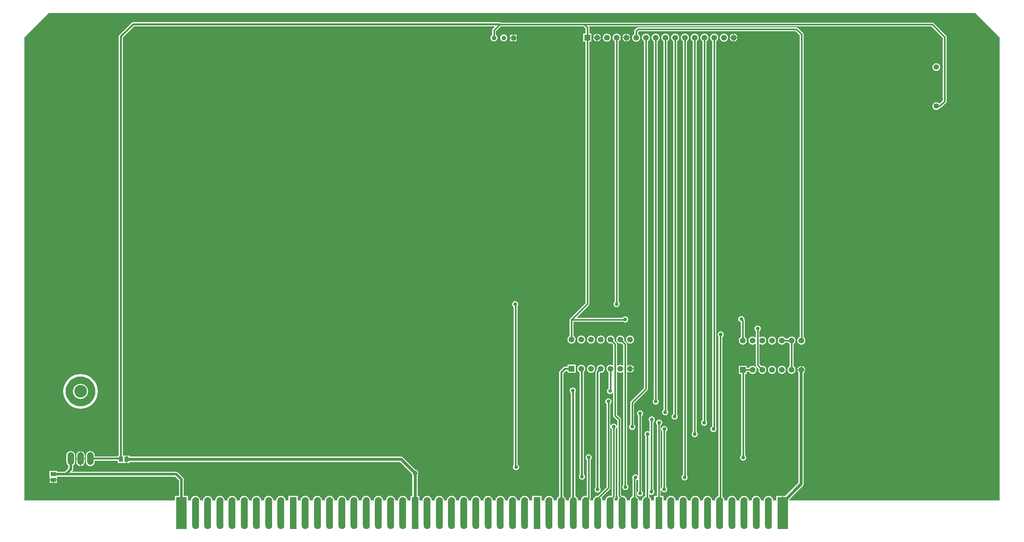
<source format=gtl>
%FSTAX23Y23*%
%MOIN*%
%SFA1B1*%

%IPPOS*%
%ADD16R,0.043310X0.055120*%
%ADD17R,0.055120X0.043310*%
%ADD18R,0.110000X0.330000*%
%ADD19O,0.070000X0.330000*%
%ADD20R,0.070000X0.330000*%
%ADD34C,0.015000*%
%ADD35C,0.030000*%
%ADD36C,0.020000*%
%ADD37C,0.025000*%
%ADD38C,0.059060*%
%ADD39R,0.059060X0.059060*%
%ADD40R,0.047240X0.047240*%
%ADD41C,0.047240*%
%ADD42C,0.055120*%
%ADD43C,0.130000*%
%ADD44O,0.066000X0.132000*%
%ADD45R,0.059060X0.059060*%
%ADD46C,0.039370*%
%ADD47C,0.050000*%
%LN2004_lcd-1*%
%LPD*%
G36*
X06411Y01214D02*
Y00688D01*
X0641Y00688*
X06405Y0069*
Y01216*
X06406Y01217*
X06411Y01214*
G37*
G36*
X06015Y0131D02*
X0602Y01303D01*
X06023Y01301*
Y00618*
X06018Y00615*
X06017Y00615*
X06005Y00617*
X05992Y00615*
X05981Y00611*
X05971Y00603*
X05963Y00593*
X05959Y00582*
X05957Y0057*
X05927*
X05925Y00582*
X05921Y00593*
X05917Y00598*
X06003Y00683*
X06007Y0069*
X06008Y00698*
Y01312*
X06013Y01313*
X06015Y0131*
G37*
G36*
X00254Y05569D02*
X0975D01*
Y05568*
X1Y05318*
Y0057*
X0784*
Y00576*
X07983Y00719*
X07987Y00725*
X0799Y00731*
X07991Y00739*
Y01877*
X07995Y0188*
X08001Y01889*
X08005Y01898*
X08006Y01904*
X07967*
X07927*
X07928Y01898*
X07932Y01889*
X07936Y01883*
Y0075*
X07801Y00615*
X0778*
Y0044*
X0777*
Y00615*
X0771*
Y0057*
X07677*
X07675Y00582*
X07671Y00593*
X07663Y00603*
X07653Y00611*
X07642Y00615*
X0763Y00617*
X07617Y00615*
X07606Y00611*
X07596Y00603*
X07588Y00593*
X07584Y00582*
X07582Y0057*
X07552*
X0755Y00582*
X07546Y00593*
X07538Y00603*
X07528Y00611*
X07517Y00615*
X07505Y00617*
X07492Y00615*
X07481Y00611*
X07471Y00603*
X07463Y00593*
X07459Y00582*
X07457Y0057*
X07427*
X07425Y00582*
X07421Y00593*
X07413Y00603*
X07403Y00611*
X07392Y00615*
X0738Y00617*
X07367Y00615*
X07356Y00611*
X07346Y00603*
X07338Y00593*
X07334Y00582*
X07332Y0057*
X07302*
X073Y00582*
X07296Y00593*
X07288Y00603*
X07278Y00611*
X07267Y00615*
X07255Y00617*
X07242Y00615*
X07231Y00611*
X07221Y00603*
X07213Y00593*
X07209Y00582*
X07207Y0057*
X07177*
X07175Y00582*
X07171Y00593*
X07163Y00603*
X07155Y00609*
Y02243*
X07155Y02243*
X07162Y02248*
X07167Y02255*
X0717Y02262*
X07171Y02271*
X0717Y02279*
X07167Y02286*
X07162Y02293*
X07155Y02298*
X07148Y02301*
X0714Y02302*
X07131Y02301*
X07124Y02298*
X07117Y02293*
X07112Y02286*
X07109Y02279*
X07108Y02271*
X07109Y02262*
X07112Y02255*
X07115Y0225*
Y00614*
X07106Y00611*
X07096Y00603*
X07088Y00593*
X07084Y00582*
X07082Y0057*
X07052*
X0705Y00582*
X07046Y00593*
X07038Y00603*
X07028Y00611*
X07017Y00615*
X07005Y00617*
X06992Y00615*
X06981Y00611*
X06971Y00603*
X06963Y00593*
X06959Y00582*
X06957Y0057*
X06927*
X06925Y00582*
X06921Y00593*
X06913Y00603*
X06903Y00611*
X06892Y00615*
X0688Y00617*
X06867Y00615*
X06856Y00611*
X06846Y00603*
X06838Y00593*
X06834Y00582*
X06832Y0057*
X06802*
X068Y00582*
X06796Y00593*
X06788Y00603*
X06778Y00611*
X06767Y00615*
X06755Y00617*
X06742Y00615*
X06731Y00611*
X06721Y00603*
X06713Y00593*
X06709Y00582*
X06707Y0057*
X06677*
X06675Y00582*
X06671Y00593*
X06663Y00603*
X06653Y00611*
X06642Y00615*
X0663Y00617*
X06617Y00615*
X06606Y00611*
X06596Y00603*
X06588Y00593*
X06584Y00582*
X06582Y0057*
X06552*
Y00617*
X06524*
Y00676*
X06529Y00676*
X0653Y00674*
X06533Y00667*
X06538Y0066*
X06545Y00655*
X06552Y00652*
X06561Y00651*
X06569Y00652*
X06576Y00655*
X06583Y0066*
X06588Y00667*
X06591Y00674*
X06592Y00683*
X06591Y00691*
X06588Y00698*
X06583Y00705*
X0658Y00707*
Y01275*
X06584Y01278*
X06589Y01285*
X06592Y01292*
X06593Y01301*
X06592Y01309*
X06589Y01316*
X06584Y01323*
X06577Y01328*
X0657Y01331*
X06562Y01332*
X06553Y01331*
X06546Y01328*
X06539Y01323*
X06534Y01316*
X06531Y01309*
X0653Y01301*
X06531Y01292*
X06534Y01285*
X06539Y01278*
X06541Y01277*
Y00707*
X06538Y00705*
X06533Y00698*
X0653Y00691*
X06529Y00689*
X06524Y00689*
Y01339*
X06524Y01339*
X06531Y01344*
X06536Y01351*
X06539Y01358*
X0654Y01367*
X06539Y01375*
X06536Y01382*
X06531Y01389*
X06524Y01394*
X06517Y01397*
X06509Y01398*
X065Y01397*
X06493Y01394*
X06486Y01389*
X06481Y01382*
X06478Y01375*
X06477Y01367*
X06478Y01358*
X06481Y01351*
X06485Y01346*
Y00617*
X06458*
Y0057*
X06427*
X06425Y00582*
X06421Y00593*
X06413Y00603*
X06405Y00609*
Y0063*
X0641Y00632*
X06413Y0063*
X0642Y00627*
X06429Y00626*
X06437Y00627*
X06444Y0063*
X06451Y00635*
X06456Y00642*
X06459Y00649*
X0646Y00658*
X06459Y00666*
X06456Y00673*
X06451Y0068*
X0645Y00681*
Y01373*
X06455Y01377*
X0646Y01384*
X06463Y01391*
X06464Y014*
X06463Y01408*
X0646Y01415*
X06455Y01422*
X06448Y01427*
X06441Y0143*
X06433Y01431*
X06424Y0143*
X06417Y01427*
X0641Y01422*
X06405Y01415*
X06402Y01408*
X06401Y014*
X06402Y01391*
X06405Y01384*
X0641Y01377*
X06411Y01376*
Y01278*
X06406Y01276*
X06405Y01276*
X06398Y01279*
X0639Y0128*
X06381Y01279*
X06374Y01276*
X06367Y01271*
X06362Y01264*
X06359Y01257*
X06358Y01249*
X06359Y0124*
X06362Y01233*
X06365Y01228*
Y00614*
X06356Y00611*
X06346Y00603*
X06338Y00593*
X06334Y00582*
X06332Y0057*
X06302*
X063Y00582*
X06296Y00593*
X06288Y00603*
X06278Y00611*
X06274Y00612*
Y00774*
X0628Y00777*
X06287Y00782*
X06291Y00781*
X06292Y0078*
Y00666*
X06289Y00664*
X06284Y00657*
X06281Y0065*
X0628Y00642*
X06281Y00633*
X06284Y00626*
X06289Y00619*
X06296Y00614*
X06303Y00611*
X06312Y0061*
X0632Y00611*
X06327Y00614*
X06334Y00619*
X06339Y00626*
X06342Y00633*
X06343Y00642*
X06342Y0065*
X06339Y00657*
X06334Y00664*
X06331Y00666*
Y01435*
X06335Y01438*
X0634Y01445*
X06343Y01452*
X06344Y01461*
X06343Y01469*
X0634Y01476*
X06335Y01483*
X06328Y01488*
X06321Y01491*
X06313Y01492*
X06304Y01491*
X06297Y01488*
X0629Y01483*
X06285Y01476*
X06282Y01469*
X06281Y01461*
X06282Y01452*
X06285Y01445*
X0629Y01438*
X06292Y01437*
Y00829*
X06291Y00828*
X06287Y00827*
X0628Y00832*
X06273Y00835*
X06265Y00836*
X06256Y00835*
X06249Y00832*
X06242Y00827*
X06237Y0082*
X06234Y00813*
X06233Y00805*
X06234Y00796*
X06235Y00794*
Y00612*
X06231Y00611*
X06221Y00603*
X06213Y00593*
X06209Y00582*
X06207Y0057*
X06177*
X06175Y00582*
X06171Y00593*
X06163Y00603*
X06153Y00611*
X06142Y00615*
X0613Y00617*
X06126Y00616*
X06118Y00624*
Y01398*
X06117Y01405*
X06113Y01412*
X06075Y01449*
Y01889*
X0608Y01891*
X06081Y0189*
X0609Y01883*
X061Y01879*
X06111Y01878*
X06121Y01879*
X06131Y01883*
X06135Y01886*
X0614Y01884*
Y00729*
X06135Y00722*
X06132Y00715*
X06131Y00707*
X06132Y00698*
X06135Y00691*
X0614Y00684*
X06147Y00679*
X06154Y00676*
X06163Y00675*
X06171Y00676*
X06178Y00679*
X06185Y00684*
X0619Y00691*
X06193Y00698*
X06194Y00707*
X06193Y00715*
X0619Y00722*
X06185Y00729*
X06179Y00733*
Y01887*
X06184Y0189*
X06191Y01885*
X062Y01881*
X06206Y0188*
Y0192*
Y01959*
X062Y01958*
X06191Y01954*
X06184Y01949*
X06179Y01952*
Y02171*
X06178Y02178*
X06174Y02185*
X06151Y02208*
X06151Y02209*
X06152Y0222*
X06151Y0223*
X06147Y0224*
X0614Y02249*
X06131Y02256*
X06121Y0226*
X06111Y02261*
X061Y0226*
X0609Y02256*
X06081Y02249*
X06074Y0224*
X0607Y0223*
X06069Y0222*
X0607Y02209*
X06074Y02199*
X06081Y0219*
X0609Y02183*
X061Y02179*
X06111Y02178*
X06121Y02179*
X06122Y02179*
X0614Y02162*
Y01955*
X06135Y01953*
X06131Y01956*
X06121Y0196*
X06111Y01961*
X061Y0196*
X0609Y01956*
X06081Y01949*
X0608Y01948*
X06075Y0195*
Y02174*
X06074Y02182*
X0607Y02189*
X06051Y02208*
X06051Y02209*
X06052Y0222*
X06051Y0223*
X06047Y0224*
X0604Y02249*
X06031Y02256*
X06021Y0226*
X06011Y02261*
X06Y0226*
X0599Y02256*
X05981Y02249*
X05974Y0224*
X0597Y0223*
X05969Y0222*
X0597Y02209*
X05974Y02199*
X05981Y0219*
X0599Y02183*
X06Y02179*
X06011Y02178*
X06021Y02179*
X06022Y02179*
X06036Y02166*
Y01958*
X06031Y01956*
X06021Y0196*
X06011Y01961*
X06Y0196*
X0599Y01956*
X05981Y01949*
X05974Y0194*
X0597Y0193*
X05969Y0192*
X0597Y01909*
X05974Y01899*
X05981Y0189*
X0599Y01883*
X05991Y01883*
Y0172*
X05989Y01719*
X05982Y01714*
X05977Y01707*
X05974Y017*
X05973Y01692*
X05974Y01683*
X05977Y01676*
X05982Y01669*
X05989Y01664*
X05996Y01661*
X06005Y0166*
X06013Y01661*
X0602Y01664*
X06027Y01669*
X06031Y01674*
X06036Y01672*
Y0144*
X06037Y01433*
X06041Y01426*
X06079Y01389*
Y01332*
X06074Y01332*
X06073Y01334*
X0607Y01341*
X06065Y01348*
X06058Y01353*
X06051Y01356*
X06043Y01357*
X06034Y01356*
X06027Y01353*
X0602Y01348*
X06015Y01341*
X06013Y01338*
X06008Y01339*
Y0156*
X06011Y01562*
X06016Y01569*
X06019Y01576*
X0602Y01585*
X06019Y01593*
X06016Y016*
X06011Y01607*
X06004Y01612*
X05997Y01615*
X05989Y01616*
X0598Y01615*
X05973Y01612*
X05966Y01607*
X05961Y016*
X05958Y01593*
X05957Y01585*
X05958Y01576*
X05961Y01569*
X05966Y01562*
X05969Y0156*
Y00706*
X0588Y00617*
X0588Y00617*
X05867Y00615*
X05856Y00611*
X05846Y00603*
X05838Y00593*
X05834Y00582*
X05832Y0057*
X05802*
X05801Y00578*
X05804Y00583*
X05805Y00591*
Y00987*
X05808Y00989*
X05813Y00996*
X05816Y01003*
X05817Y01012*
X05816Y0102*
X05813Y01027*
X05808Y01034*
X05801Y01039*
X05794Y01042*
X05786Y01043*
X05777Y01042*
X0577Y01039*
X05763Y01034*
X05758Y01027*
X05755Y0102*
X05754Y01012*
X05755Y01003*
X05758Y00996*
X05763Y00989*
X05766Y00987*
Y00619*
X05762Y00616*
X05755Y00617*
X05742Y00615*
X05731Y00611*
X05721Y00603*
X05713Y00593*
X05709Y00582*
X05707Y0057*
X05677*
X05675Y00582*
X05671Y00593*
X05663Y00603*
X05653Y00611*
X05649Y00612*
Y01677*
X05651Y0168*
X05654Y01687*
X05655Y01696*
X05654Y01704*
X05651Y01711*
X05646Y01718*
X05639Y01723*
X05632Y01726*
X05624Y01727*
X05615Y01726*
X05608Y01723*
X05601Y01718*
X05596Y01711*
X05593Y01704*
X05592Y01696*
X05593Y01687*
X05596Y0168*
X05601Y01673*
X05604Y0167*
Y00609*
X05596Y00603*
X05588Y00593*
X05584Y00582*
X05582Y0057*
X05552*
X0555Y00582*
X05546Y00593*
X05538Y00603*
X05528Y00611*
X05527Y00611*
Y01872*
X05552Y01897*
X05569*
Y01878*
X05652*
Y01961*
X05569*
Y01942*
X05543*
X05534Y0194*
X05527Y01935*
X05489Y01897*
X05484Y0189*
X05482Y01882*
Y00611*
X05481Y00611*
X05471Y00603*
X05463Y00593*
X05459Y00582*
X05457Y0057*
X05427*
X05425Y00582*
X05421Y00593*
X05413Y00603*
X05403Y00611*
X05392Y00615*
X0538Y00617*
X05367Y00615*
X05356Y00611*
X05346Y00603*
X05338Y00593*
X05334Y00582*
X05332Y0057*
X05302*
Y00617*
X05208*
Y0057*
X05177*
X05175Y00582*
X05171Y00593*
X05163Y00603*
X05153Y00611*
X05142Y00615*
X0513Y00617*
X05117Y00615*
X05106Y00611*
X05096Y00603*
X05088Y00593*
X05084Y00582*
X05082Y0057*
X05052*
X0505Y00582*
X05046Y00593*
X05038Y00603*
X05028Y00611*
X05017Y00615*
X05005Y00617*
X04992Y00615*
X04981Y00611*
X04971Y00603*
X04963Y00593*
X04959Y00582*
X04957Y0057*
X04927*
X04925Y00582*
X04921Y00593*
X04913Y00603*
X04903Y00611*
X04892Y00615*
X0488Y00617*
X04867Y00615*
X04856Y00611*
X04846Y00603*
X04838Y00593*
X04834Y00582*
X04832Y0057*
X04802*
X048Y00582*
X04796Y00593*
X04788Y00603*
X04778Y00611*
X04767Y00615*
X04755Y00617*
X04742Y00615*
X04731Y00611*
X04721Y00603*
X04713Y00593*
X04709Y00582*
X04707Y0057*
X04677*
X04675Y00582*
X04671Y00593*
X04663Y00603*
X04653Y00611*
X04642Y00615*
X0463Y00617*
X04617Y00615*
X04606Y00611*
X04596Y00603*
X04588Y00593*
X04584Y00582*
X04582Y0057*
X04552*
X0455Y00582*
X04546Y00593*
X04538Y00603*
X04528Y00611*
X04517Y00615*
X04505Y00617*
X04492Y00615*
X04481Y00611*
X04471Y00603*
X04463Y00593*
X04459Y00582*
X04457Y0057*
X04427*
X04425Y00582*
X04421Y00593*
X04413Y00603*
X04403Y00611*
X04392Y00615*
X0438Y00617*
X04367Y00615*
X04356Y00611*
X04346Y00603*
X04338Y00593*
X04334Y00582*
X04332Y0057*
X04302*
X043Y00582*
X04296Y00593*
X04288Y00603*
X04278Y00611*
X04267Y00615*
X04255Y00617*
X04242Y00615*
X04231Y00611*
X04221Y00603*
X04213Y00593*
X04209Y00582*
X04207Y0057*
X04177*
X04175Y00582*
X04171Y00593*
X04163Y00603*
X04153Y00611*
X04142Y00615*
X0413Y00617*
X04117Y00615*
X04106Y00611*
X04096Y00603*
X04088Y00593*
X04084Y00582*
X04082Y0057*
X0405*
Y00615*
X04033*
Y00827*
X04036Y00831*
X0404Y00839*
X0404Y00844*
X04006*
Y00854*
X0404*
X0404Y00858*
X04036Y00866*
X0403Y00873*
X04023Y00879*
X04015Y00883*
X04009Y00883*
X03883Y0101*
X03877Y01014*
X03871Y01017*
X03864Y01018*
X01079*
Y01028*
X01053*
Y00991*
Y00953*
X01079*
Y00963*
X03852*
X03971Y00845*
X03971Y00839*
X03975Y00831*
X03978Y00827*
Y00615*
X0396*
Y0057*
X03927*
X03925Y00582*
X03921Y00593*
X03913Y00603*
X03903Y00611*
X03892Y00615*
X0388Y00617*
X03867Y00615*
X03856Y00611*
X03846Y00603*
X03838Y00593*
X03834Y00582*
X03832Y0057*
X03802*
X038Y00582*
X03796Y00593*
X03788Y00603*
X03778Y00611*
X03767Y00615*
X03755Y00617*
X03742Y00615*
X03731Y00611*
X03721Y00603*
X03713Y00593*
X03709Y00582*
X03707Y0057*
X03677*
X03675Y00582*
X03671Y00593*
X03663Y00603*
X03653Y00611*
X03642Y00615*
X0363Y00617*
X03617Y00615*
X03606Y00611*
X03596Y00603*
X03588Y00593*
X03584Y00582*
X03582Y0057*
X03552*
X0355Y00582*
X03546Y00593*
X03538Y00603*
X03528Y00611*
X03517Y00615*
X03505Y00617*
X03492Y00615*
X03481Y00611*
X03471Y00603*
X03463Y00593*
X03459Y00582*
X03457Y0057*
X03427*
X03425Y00582*
X03421Y00593*
X03413Y00603*
X03403Y00611*
X03392Y00615*
X0338Y00617*
X03367Y00615*
X03356Y00611*
X03346Y00603*
X03338Y00593*
X03334Y00582*
X03332Y0057*
X03302*
X033Y00582*
X03296Y00593*
X03288Y00603*
X03278Y00611*
X03267Y00615*
X03255Y00617*
X03242Y00615*
X03231Y00611*
X03221Y00603*
X03213Y00593*
X03209Y00582*
X03207Y0057*
X03177*
X03175Y00582*
X03171Y00593*
X03163Y00603*
X03153Y00611*
X03142Y00615*
X0313Y00617*
X03117Y00615*
X03106Y00611*
X03096Y00603*
X03088Y00593*
X03084Y00582*
X03082Y0057*
X03052*
X0305Y00582*
X03046Y00593*
X03038Y00603*
X03028Y00611*
X03017Y00615*
X03005Y00617*
X02992Y00615*
X02981Y00611*
X02971Y00603*
X02963Y00593*
X02959Y00582*
X02957Y0057*
X02927*
X02925Y00582*
X02921Y00593*
X02913Y00603*
X02903Y00611*
X02892Y00615*
X0288Y00617*
X02867Y00615*
X02856Y00611*
X02846Y00603*
X02838Y00593*
X02834Y00582*
X02832Y0057*
X02802*
Y00617*
X02708*
Y0057*
X02677*
X02675Y00582*
X02671Y00593*
X02663Y00603*
X02653Y00611*
X02642Y00615*
X0263Y00617*
X02617Y00615*
X02606Y00611*
X02596Y00603*
X02588Y00593*
X02584Y00582*
X02582Y0057*
X02552*
X0255Y00582*
X02546Y00593*
X02538Y00603*
X02528Y00611*
X02517Y00615*
X02505Y00617*
X02492Y00615*
X02481Y00611*
X02471Y00603*
X02463Y00593*
X02459Y00582*
X02457Y0057*
X02427*
X02425Y00582*
X02421Y00593*
X02413Y00603*
X02403Y00611*
X02392Y00615*
X0238Y00617*
X02367Y00615*
X02356Y00611*
X02346Y00603*
X02338Y00593*
X02334Y00582*
X02332Y0057*
X02302*
X023Y00582*
X02296Y00593*
X02288Y00603*
X02278Y00611*
X02267Y00615*
X02255Y00617*
X02242Y00615*
X02231Y00611*
X02221Y00603*
X02213Y00593*
X02209Y00582*
X02207Y0057*
X02177*
X02175Y00582*
X02171Y00593*
X02163Y00603*
X02153Y00611*
X02142Y00615*
X0213Y00617*
X02117Y00615*
X02106Y00611*
X02096Y00603*
X02088Y00593*
X02084Y00582*
X02082Y0057*
X02052*
X0205Y00582*
X02046Y00593*
X02038Y00603*
X02028Y00611*
X02017Y00615*
X02005Y00617*
X01992Y00615*
X01981Y00611*
X01971Y00603*
X01963Y00593*
X01959Y00582*
X01957Y0057*
X01927*
X01925Y00582*
X01921Y00593*
X01913Y00603*
X01903Y00611*
X01892Y00615*
X0188Y00617*
X01867Y00615*
X01856Y00611*
X01846Y00603*
X01838Y00593*
X01834Y00582*
X01832Y0057*
X01802*
X018Y00582*
X01796Y00593*
X01788Y00603*
X01778Y00611*
X01767Y00615*
X01755Y00617*
X01742Y00615*
X01731Y00611*
X01721Y00603*
X01713Y00593*
X01709Y00582*
X01707Y0057*
X01677*
Y00617*
X01634*
Y00785*
X01633Y00794*
X01627Y00802*
X01573Y00857*
X01565Y00862*
X01555Y00864*
X00492*
X0049Y00869*
X00493Y00872*
X00499Y0088*
X005Y0089*
Y00927*
X00508Y00932*
X00515Y00942*
X00519Y00953*
X00521Y00965*
Y01031*
X00519Y01042*
X00515Y01053*
X00508Y01063*
X00498Y0107*
X00487Y01074*
X00476Y01076*
X00464Y01074*
X00453Y0107*
X00443Y01063*
X00436Y01053*
X00432Y01042*
X0043Y01031*
Y00965*
X00432Y00953*
X00436Y00942*
X00443Y00932*
X00451Y00927*
Y009*
X00415Y00864*
X00336*
Y00873*
X00257*
Y00805*
X00259*
Y00785*
X00334*
Y00805*
X00336*
Y00814*
X01545*
X01585Y00774*
Y00617*
X01543*
Y0057*
X00001*
X0Y00571*
Y0532*
X00001*
X00252Y05571*
X00254Y05569*
G37*
G36*
X06079Y01319D02*
Y00615D01*
X0608Y00608*
X06084Y00601*
X0609Y00596*
X06088Y00593*
X06084Y00582*
X06082Y0057*
X06052*
X0605Y00582*
X06049Y00586*
X06057Y00593*
X06061Y006*
X06062Y00608*
Y01301*
X06065Y01303*
X0607Y0131*
X06073Y01317*
X06074Y01319*
X06079Y01319*
G37*
%LN2004_lcd-2*%
%LPC*%
G36*
X07278Y05356D02*
Y05322D01*
X07312*
X07311Y05327*
X07307Y05336*
X07301Y05345*
X07292Y05351*
X07283Y05355*
X07278Y05356*
G37*
G36*
X07268D02*
X07262Y05355D01*
X07253Y05351*
X07244Y05345*
X07238Y05336*
X07234Y05327*
X07233Y05322*
X07268*
Y05356*
G37*
G36*
X06178D02*
Y05322D01*
X06212*
X06211Y05327*
X06207Y05336*
X06201Y05345*
X06192Y05351*
X06183Y05355*
X06178Y05356*
G37*
G36*
X06168D02*
X06162Y05355D01*
X06153Y05351*
X06144Y05345*
X06138Y05336*
X06134Y05327*
X06133Y05322*
X06168*
Y05356*
G37*
G36*
X05878D02*
Y05322D01*
X05912*
X05911Y05327*
X05907Y05336*
X05901Y05345*
X05892Y05351*
X05883Y05355*
X05878Y05356*
G37*
G36*
X05868D02*
X05862Y05355D01*
X05853Y05351*
X05844Y05345*
X05838Y05336*
X05834Y05327*
X05833Y05322*
X05868*
Y05356*
G37*
G36*
X05048Y05347D02*
X0502D01*
Y05319*
X05048*
Y05347*
G37*
G36*
X0501D02*
X04981D01*
Y05319*
X0501*
Y05347*
G37*
G36*
X05048Y05309D02*
X0502D01*
Y0528*
X05048*
Y05309*
G37*
G36*
X0501D02*
X04981D01*
Y0528*
X0501*
Y05309*
G37*
G36*
X04915Y05349D02*
X04905Y05348D01*
X04897Y05345*
X04889Y05339*
X04883Y05331*
X0488Y05323*
X04879Y05314*
X0488Y05304*
X04883Y05296*
X04889Y05288*
X04897Y05282*
X04905Y05279*
X04915Y05278*
X04924Y05279*
X04932Y05282*
X0494Y05288*
X04946Y05296*
X04949Y05304*
X0495Y05314*
X04949Y05323*
X04946Y05331*
X0494Y05339*
X04932Y05345*
X04924Y05348*
X04915Y05349*
G37*
G36*
X07312Y05312D02*
X07278D01*
Y05277*
X07283Y05278*
X07292Y05282*
X07301Y05288*
X07307Y05297*
X07311Y05306*
X07312Y05312*
G37*
G36*
X07268D02*
X07233D01*
X07234Y05306*
X07238Y05297*
X07244Y05288*
X07253Y05282*
X07262Y05278*
X07268Y05277*
Y05312*
G37*
G36*
X06212D02*
X06178D01*
Y05277*
X06183Y05278*
X06192Y05282*
X06201Y05288*
X06207Y05297*
X06211Y05306*
X06212Y05312*
G37*
G36*
X06168D02*
X06133D01*
X06134Y05306*
X06138Y05297*
X06144Y05288*
X06153Y05282*
X06162Y05278*
X06168Y05277*
Y05312*
G37*
G36*
X05912D02*
X05878D01*
Y05277*
X05883Y05278*
X05892Y05282*
X05901Y05288*
X05907Y05297*
X05911Y05306*
X05912Y05312*
G37*
G36*
X05868D02*
X05833D01*
X05834Y05306*
X05838Y05297*
X05844Y05288*
X05853Y05282*
X05862Y05278*
X05868Y05277*
Y05312*
G37*
G36*
X07173Y05358D02*
X07162Y05357D01*
X07152Y05353*
X07143Y05346*
X07136Y05337*
X07132Y05327*
X07131Y05317*
X07132Y05306*
X07136Y05296*
X07143Y05287*
X07152Y0528*
X07162Y05276*
X07173Y05275*
X07183Y05276*
X07193Y0528*
X07202Y05287*
X07209Y05296*
X07213Y05306*
X07214Y05317*
X07213Y05327*
X07209Y05337*
X07202Y05346*
X07193Y05353*
X07183Y05357*
X07173Y05358*
G37*
G36*
X05973D02*
X05962Y05357D01*
X05952Y05353*
X05943Y05346*
X05936Y05337*
X05932Y05327*
X05931Y05317*
X05932Y05306*
X05936Y05296*
X05943Y05287*
X05952Y0528*
X05962Y05276*
X05973Y05275*
X05983Y05276*
X05993Y0528*
X06002Y05287*
X06009Y05296*
X06013Y05306*
X06014Y05317*
X06013Y05327*
X06009Y05337*
X06002Y05346*
X05993Y05353*
X05983Y05357*
X05973Y05358*
G37*
G36*
X09351Y05054D02*
X0934Y05053D01*
X09331Y05049*
X09322Y05043*
X09316Y05034*
X09312Y05025*
X09311Y05015*
X09312Y05004*
X09316Y04995*
X09322Y04986*
X09331Y0498*
X0934Y04976*
X09351Y04975*
X09361Y04976*
X0937Y0498*
X09379Y04986*
X09385Y04995*
X09389Y05004*
X0939Y05015*
X09389Y05025*
X09385Y05034*
X09379Y05043*
X0937Y05049*
X09361Y05053*
X09351Y05054*
G37*
G36*
X04872Y05476D02*
X01115D01*
X01106Y05474*
X01099Y05469*
X00973Y05343*
X00968Y05336*
X00966Y05328*
Y0103*
X00955*
Y0102*
X00721*
Y01031*
X00719Y01042*
X00715Y01053*
X00708Y01063*
X00698Y0107*
X00687Y01074*
X00676Y01076*
X00664Y01074*
X00653Y0107*
X00643Y01063*
X00636Y01053*
X00632Y01042*
X0063Y01031*
Y00965*
X00632Y00953*
X00636Y00942*
X00643Y00932*
X00653Y00925*
X00664Y00921*
X00676Y00919*
X00687Y00921*
X00698Y00925*
X00708Y00932*
X00715Y00942*
X00719Y00953*
X00721Y00965*
Y00975*
X00955*
Y00951*
X01022*
Y00953*
X01043*
Y00991*
Y01028*
X01022*
Y0103*
X01011*
Y05318*
X01124Y05431*
X0482*
X04822Y05426*
X048Y05405*
X04796Y05398*
X04795Y05391*
Y05343*
X04789Y05339*
X04783Y05331*
X0478Y05323*
X04779Y05314*
X0478Y05304*
X04783Y05296*
X04789Y05288*
X04797Y05282*
X04805Y05279*
X04815Y05278*
X04824Y05279*
X04832Y05282*
X0484Y05288*
X04846Y05296*
X04849Y05304*
X0485Y05314*
X04849Y05323*
X04846Y05331*
X0484Y05339*
X04834Y05343*
Y05382*
X04882Y05429*
X04883Y0543*
X04884Y05431*
X05732*
X05753Y0541*
Y05358*
X05731*
Y05275*
X05753*
Y02593*
X05596Y02437*
X05592Y0243*
X05591Y02423*
Y02256*
X0559Y02256*
X05581Y02249*
X05574Y0224*
X0557Y0223*
X05569Y0222*
X0557Y02209*
X05574Y02199*
X05581Y0219*
X0559Y02183*
X056Y02179*
X05611Y02178*
X05621Y02179*
X05631Y02183*
X0564Y0219*
X05647Y02199*
X05651Y02209*
X05652Y0222*
X05651Y0223*
X05647Y0224*
X0564Y02249*
X05631Y02256*
X0563Y02256*
Y02403*
X06138*
X06145Y02398*
X06152Y02395*
X06161Y02394*
X06169Y02395*
X06176Y02398*
X06183Y02403*
X06188Y0241*
X06191Y02417*
X06192Y02426*
X06191Y02434*
X06188Y02441*
X06183Y02448*
X06176Y02453*
X06169Y02456*
X06161Y02457*
X06152Y02456*
X06145Y02453*
X06138Y02448*
X06134Y02442*
X05665*
X05663Y02447*
X05787Y0257*
X05791Y02577*
X05792Y02585*
Y05275*
X05814*
Y05358*
X05792*
Y05419*
X05791Y05426*
X05791Y05427*
X05793Y05431*
X09301*
X09417Y05315*
Y04673*
X09385Y04641*
X0938Y04641*
X09379Y04643*
X0937Y04649*
X09361Y04653*
X09351Y04654*
X0934Y04653*
X09331Y04649*
X09322Y04643*
X09316Y04634*
X09312Y04625*
X09311Y04615*
X09312Y04604*
X09316Y04595*
X09322Y04586*
X09331Y0458*
X0934Y04576*
X09351Y04575*
X09361Y04576*
X0937Y0458*
X09379Y04586*
X09385Y04595*
X09385Y04595*
X09387*
X09394Y04596*
X09401Y046*
X09451Y0465*
X09455Y04657*
X09456Y04664*
Y05324*
X09455Y05331*
X09451Y05338*
X09324Y05465*
X09317Y05469*
X0931Y0547*
X04886*
X0488Y05474*
X04872Y05476*
G37*
G36*
X06073Y05358D02*
X06062Y05357D01*
X06052Y05353*
X06043Y05346*
X06036Y05337*
X06032Y05327*
X06031Y05317*
X06032Y05306*
X06036Y05296*
X06043Y05287*
X06052Y0528*
X06053Y0528*
Y02608*
X0605Y02606*
X06045Y02599*
X06042Y02592*
X06041Y02584*
X06042Y02575*
X06045Y02568*
X0605Y02561*
X06057Y02556*
X06064Y02553*
X06073Y02552*
X06081Y02553*
X06088Y02556*
X06095Y02561*
X061Y02568*
X06103Y02575*
X06104Y02584*
X06103Y02592*
X061Y02599*
X06095Y02606*
X06092Y02608*
Y0528*
X06093Y0528*
X06102Y05287*
X06109Y05296*
X06113Y05306*
X06114Y05317*
X06113Y05327*
X06109Y05337*
X06102Y05346*
X06093Y05353*
X06083Y05357*
X06073Y05358*
G37*
G36*
X07519Y02364D02*
X0751Y02363D01*
X07503Y0236*
X07496Y02355*
X07491Y02348*
X07488Y02341*
X07487Y02333*
X07488Y02324*
X07491Y02317*
X07496Y0231*
X07499Y02308*
Y02243*
X07494Y0224*
X07487Y02245*
X07477Y02249*
X07467Y0225*
X07456Y02249*
X07446Y02245*
X07437Y02238*
X0743Y02229*
X07426Y02219*
X07425Y02209*
X07426Y02198*
X0743Y02188*
X07437Y02179*
X07446Y02172*
X07456Y02168*
X07467Y02167*
X07477Y02168*
X07487Y02172*
X07494Y02177*
X07499Y02175*
Y01957*
X075Y01949*
X07504Y01942*
X07526Y0192*
X07526Y01919*
X07525Y01909*
X07526Y01898*
X0753Y01888*
X07537Y01879*
X07546Y01872*
X07556Y01868*
X07567Y01867*
X07577Y01868*
X07587Y01872*
X07596Y01879*
X07603Y01888*
X07607Y01898*
X07608Y01909*
X07607Y01919*
X07603Y01929*
X07596Y01938*
X07587Y01945*
X07577Y01949*
X07567Y0195*
X07556Y01949*
X07555Y01949*
X07538Y01965*
Y02172*
X07543Y02174*
X07546Y02172*
X07556Y02168*
X07567Y02167*
X07577Y02168*
X07587Y02172*
X07596Y02179*
X07603Y02188*
X07607Y02198*
X07608Y02209*
X07607Y02219*
X07603Y02229*
X07596Y02238*
X07587Y02245*
X07577Y02249*
X07567Y0225*
X07556Y02249*
X07546Y02245*
X07543Y02243*
X07538Y02245*
Y02308*
X07541Y0231*
X07546Y02317*
X07549Y02324*
X0755Y02333*
X07549Y02341*
X07546Y02348*
X07541Y02355*
X07534Y0236*
X07527Y02363*
X07519Y02364*
G37*
G36*
X07867Y0225D02*
X07856Y02249D01*
X07846Y02245*
X07837Y02238*
X0783Y02229*
X0783Y02228*
X07803*
X07803Y02229*
X07796Y02238*
X07787Y02245*
X07777Y02249*
X07767Y0225*
X07756Y02249*
X07746Y02245*
X07737Y02238*
X0773Y02229*
X07726Y02219*
X07725Y02209*
X07726Y02198*
X0773Y02188*
X07737Y02179*
X07746Y02172*
X07756Y02168*
X07767Y02167*
X07777Y02168*
X07787Y02172*
X07796Y02179*
X07803Y02188*
X07803Y02189*
X0783*
X0783Y02188*
X07837Y02179*
X07846Y02172*
X07847Y02172*
Y01945*
X07846Y01945*
X07837Y01938*
X0783Y01929*
X07826Y01919*
X07825Y01909*
X07826Y01898*
X0783Y01888*
X07837Y01879*
X07846Y01872*
X07856Y01868*
X07867Y01867*
X07877Y01868*
X07887Y01872*
X07896Y01879*
X07903Y01888*
X07907Y01898*
X07908Y01909*
X07907Y01919*
X07903Y01929*
X07896Y01938*
X07887Y01945*
X07886Y01945*
Y02172*
X07887Y02172*
X07896Y02179*
X07903Y02188*
X07907Y02198*
X07908Y02209*
X07907Y02219*
X07903Y02229*
X07896Y02238*
X07887Y02245*
X07877Y02249*
X07867Y0225*
G37*
G36*
X06211Y02261D02*
X062Y0226D01*
X0619Y02256*
X06181Y02249*
X06174Y0224*
X0617Y0223*
X06169Y0222*
X0617Y02209*
X06174Y02199*
X06181Y0219*
X0619Y02183*
X062Y02179*
X06211Y02178*
X06221Y02179*
X06231Y02183*
X0624Y0219*
X06247Y02199*
X06251Y02209*
X06252Y0222*
X06251Y0223*
X06247Y0224*
X0624Y02249*
X06231Y02256*
X06221Y0226*
X06211Y02261*
G37*
G36*
X05911D02*
X059Y0226D01*
X0589Y02256*
X05881Y02249*
X05874Y0224*
X0587Y0223*
X05869Y0222*
X0587Y02209*
X05874Y02199*
X05881Y0219*
X0589Y02183*
X059Y02179*
X05911Y02178*
X05921Y02179*
X05931Y02183*
X0594Y0219*
X05947Y02199*
X05951Y02209*
X05952Y0222*
X05951Y0223*
X05947Y0224*
X0594Y02249*
X05931Y02256*
X05921Y0226*
X05911Y02261*
G37*
G36*
X05811D02*
X058Y0226D01*
X0579Y02256*
X05781Y02249*
X05774Y0224*
X0577Y0223*
X05769Y0222*
X0577Y02209*
X05774Y02199*
X05781Y0219*
X0579Y02183*
X058Y02179*
X05811Y02178*
X05821Y02179*
X05831Y02183*
X0584Y0219*
X05847Y02199*
X05851Y02209*
X05852Y0222*
X05851Y0223*
X05847Y0224*
X0584Y02249*
X05831Y02256*
X05821Y0226*
X05811Y02261*
G37*
G36*
X05711D02*
X057Y0226D01*
X0569Y02256*
X05681Y02249*
X05674Y0224*
X0567Y0223*
X05669Y0222*
X0567Y02209*
X05674Y02199*
X05681Y0219*
X0569Y02183*
X057Y02179*
X05711Y02178*
X05721Y02179*
X05731Y02183*
X0574Y0219*
X05747Y02199*
X05751Y02209*
X05752Y0222*
X05751Y0223*
X05747Y0224*
X0574Y02249*
X05731Y02256*
X05721Y0226*
X05711Y02261*
G37*
G36*
X07918Y05421D02*
X06294D01*
X06286Y0542*
X06279Y05416*
X06258Y05395*
X06254Y05388*
X06253Y05381*
Y05353*
X06252Y05353*
X06243Y05346*
X06236Y05337*
X06232Y05327*
X06231Y05317*
X06232Y05306*
X06236Y05296*
X06243Y05287*
X06252Y0528*
X06262Y05276*
X06273Y05275*
X06283Y05276*
X06293Y0528*
X06302Y05287*
X06309Y05296*
X06313Y05306*
X06314Y05317*
X06313Y05327*
X06309Y05337*
X06302Y05346*
X06293Y05353*
X06292Y05353*
Y05372*
X06302Y05382*
X07909*
X0795Y05341*
Y0252*
Y02246*
X07946Y02245*
X07937Y02238*
X0793Y02229*
X07926Y02219*
X07925Y02209*
X07926Y02198*
X0793Y02188*
X07937Y02179*
X07946Y02172*
X07956Y02168*
X07967Y02167*
X07977Y02168*
X07987Y02172*
X07996Y02179*
X08003Y02188*
X08007Y02198*
X08008Y02209*
X08007Y02219*
X08003Y02229*
X07996Y02238*
X07989Y02243*
Y0252*
Y0535*
X07988Y05357*
X07984Y05364*
X07932Y05416*
X07925Y0542*
X07918Y05421*
G37*
G36*
X07667Y0225D02*
X07656Y02249D01*
X07646Y02245*
X07637Y02238*
X0763Y02229*
X07626Y02219*
X07625Y02209*
X07626Y02198*
X0763Y02188*
X07637Y02179*
X07646Y02172*
X07656Y02168*
X07667Y02167*
X07677Y02168*
X07687Y02172*
X07696Y02179*
X07703Y02188*
X07707Y02198*
X07708Y02209*
X07707Y02219*
X07703Y02229*
X07696Y02238*
X07687Y02245*
X07677Y02249*
X07667Y0225*
G37*
G36*
X07352Y0246D02*
X07343Y02459D01*
X07336Y02456*
X07329Y02451*
X07324Y02444*
X07321Y02437*
X0732Y02429*
X07321Y0242*
X07324Y02413*
X07329Y02406*
X07336Y02401*
X07343Y02398*
X07347Y02397*
Y02245*
X07346Y02245*
X07337Y02238*
X0733Y02229*
X07326Y02219*
X07325Y02209*
X07326Y02198*
X0733Y02188*
X07337Y02179*
X07346Y02172*
X07356Y02168*
X07367Y02167*
X07377Y02168*
X07387Y02172*
X07396Y02179*
X07403Y02188*
X07407Y02198*
X07408Y02209*
X07407Y02219*
X07403Y02229*
X07396Y02238*
X07387Y02245*
X07386Y02245*
Y02414*
X07385Y02421*
X07383Y02424*
X07383Y02429*
X07382Y02437*
X07379Y02444*
X07374Y02451*
X07367Y02456*
X0736Y02459*
X07352Y0246*
G37*
G36*
X07467Y0195D02*
X07456Y01949D01*
X07446Y01945*
X07437Y01938*
X0743Y01929*
X0743Y01928*
X07408*
Y0195*
X07325*
Y01867*
X0735*
Y01033*
X07347Y01031*
X07342Y01024*
X07339Y01017*
X07338Y01009*
X07339Y01*
X07342Y00993*
X07347Y00986*
X07354Y00981*
X07361Y00978*
X0737Y00977*
X07378Y00978*
X07385Y00981*
X07392Y00986*
X07397Y00993*
X074Y01*
X07401Y01009*
X074Y01017*
X07397Y01024*
X07392Y01031*
X07389Y01033*
Y01867*
X07408*
Y01889*
X0743*
X0743Y01888*
X07437Y01879*
X07446Y01872*
X07456Y01868*
X07467Y01867*
X07477Y01868*
X07487Y01872*
X07496Y01879*
X07503Y01888*
X07507Y01898*
X07508Y01909*
X07507Y01919*
X07503Y01929*
X07496Y01938*
X07487Y01945*
X07477Y01949*
X07467Y0195*
G37*
G36*
X06216Y01959D02*
Y01925D01*
X0625*
X06249Y0193*
X06245Y01939*
X06239Y01948*
X0623Y01954*
X06221Y01958*
X06216Y01959*
G37*
G36*
X07972Y01948D02*
Y01914D01*
X08006*
X08005Y01919*
X08001Y01928*
X07995Y01937*
X07986Y01943*
X07977Y01947*
X07972Y01948*
G37*
G36*
X07962D02*
X07956Y01947D01*
X07947Y01943*
X07938Y01937*
X07932Y01928*
X07928Y01919*
X07927Y01914*
X07962*
Y01948*
G37*
G36*
X0625Y01915D02*
X06216D01*
Y0188*
X06221Y01881*
X0623Y01885*
X06239Y01891*
X06245Y019*
X06249Y01909*
X0625Y01915*
G37*
G36*
X05911Y01961D02*
X059Y0196D01*
X0589Y01956*
X05881Y01949*
X05874Y0194*
X0587Y0193*
X05869Y0192*
X0587Y01911*
X05862Y01902*
X05857Y01895*
X05855Y01887*
Y00703*
X05855Y00703*
X0585Y00696*
X05847Y00689*
X05846Y00681*
X05847Y00672*
X0585Y00665*
X05855Y00658*
X05862Y00653*
X05869Y0065*
X05878Y00649*
X05886Y0065*
X05893Y00653*
X059Y00658*
X05905Y00665*
X05908Y00672*
X05909Y00681*
X05908Y00689*
X05905Y00696*
X059Y00703*
X059Y00703*
Y01874*
X05904Y01878*
X05911Y01878*
X05921Y01879*
X05931Y01883*
X0594Y0189*
X05947Y01899*
X05951Y01909*
X05952Y0192*
X05951Y0193*
X05947Y0194*
X0594Y01949*
X05931Y01956*
X05921Y0196*
X05911Y01961*
G37*
G36*
X05811D02*
X058Y0196D01*
X0579Y01956*
X05781Y01949*
X05774Y0194*
X0577Y0193*
X05769Y0192*
X0577Y01909*
X05774Y01899*
X05781Y0189*
X0579Y01883*
X058Y01879*
X05811Y01878*
X05821Y01879*
X05831Y01883*
X0584Y0189*
X05847Y01899*
X05851Y01909*
X05852Y0192*
X05851Y0193*
X05847Y0194*
X0584Y01949*
X05831Y01956*
X05821Y0196*
X05811Y01961*
G37*
G36*
X07767Y0195D02*
X07756Y01949D01*
X07746Y01945*
X07737Y01938*
X0773Y01929*
X07726Y01919*
X07725Y01909*
X07726Y01898*
X0773Y01888*
X07737Y01879*
X07746Y01872*
X07756Y01868*
X07767Y01867*
X07777Y01868*
X07787Y01872*
X07796Y01879*
X07803Y01888*
X07807Y01898*
X07808Y01909*
X07807Y01919*
X07803Y01929*
X07796Y01938*
X07787Y01945*
X07777Y01949*
X07767Y0195*
G37*
G36*
X07667D02*
X07656Y01949D01*
X07646Y01945*
X07637Y01938*
X0763Y01929*
X07626Y01919*
X07625Y01909*
X07626Y01898*
X0763Y01888*
X07637Y01879*
X07646Y01872*
X07656Y01868*
X07667Y01867*
X07677Y01868*
X07687Y01872*
X07696Y01879*
X07703Y01888*
X07707Y01898*
X07708Y01909*
X07707Y01919*
X07703Y01929*
X07696Y01938*
X07687Y01945*
X07677Y01949*
X07667Y0195*
G37*
G36*
X06473Y05358D02*
X06462Y05357D01*
X06452Y05353*
X06443Y05346*
X06436Y05337*
X06432Y05327*
X06431Y05317*
X06432Y05306*
X06436Y05296*
X06443Y05287*
X06452Y0528*
X06453Y0528*
Y01608*
X06451Y01607*
X06446Y016*
X06443Y01593*
X06442Y01585*
X06443Y01576*
X06446Y01569*
X06451Y01562*
X06458Y01557*
X06465Y01554*
X06474Y01553*
X06482Y01554*
X06489Y01557*
X06496Y01562*
X06501Y01569*
X06504Y01576*
X06505Y01585*
X06504Y01593*
X06501Y016*
X06496Y01607*
X06492Y0161*
Y0528*
X06493Y0528*
X06502Y05287*
X06509Y05296*
X06513Y05306*
X06514Y05317*
X06513Y05327*
X06509Y05337*
X06502Y05346*
X06493Y05353*
X06483Y05357*
X06473Y05358*
G37*
G36*
X00576Y01865D02*
X00552Y01863D01*
X0053Y01859*
X00508Y01851*
X00487Y01841*
X00468Y01828*
X0045Y01813*
X00435Y01795*
X00422Y01776*
X00412Y01755*
X00404Y01733*
X004Y01711*
X00398Y01688*
X004Y01664*
X00404Y01642*
X00412Y0162*
X00422Y01599*
X00435Y0158*
X0045Y01562*
X00468Y01547*
X00487Y01534*
X00508Y01524*
X0053Y01516*
X00552Y01512*
X00576Y0151*
X00599Y01512*
X00621Y01516*
X00643Y01524*
X00664Y01534*
X00683Y01547*
X00701Y01562*
X00716Y0158*
X00729Y01599*
X00739Y0162*
X00747Y01642*
X00751Y01664*
X00753Y01688*
X00751Y01711*
X00747Y01733*
X00739Y01755*
X00729Y01776*
X00716Y01795*
X00701Y01813*
X00683Y01828*
X00664Y01841*
X00643Y01851*
X00621Y01859*
X00599Y01863*
X00576Y01865*
G37*
G36*
X06573Y05358D02*
X06562Y05357D01*
X06552Y05353*
X06543Y05346*
X06536Y05337*
X06532Y05327*
X06531Y05317*
X06532Y05306*
X06536Y05296*
X06543Y05287*
X06552Y0528*
X06553Y0528*
Y015*
X06548Y01496*
X06543Y01489*
X0654Y01482*
X06539Y01474*
X0654Y01465*
X06543Y01458*
X06548Y01451*
X06555Y01446*
X06562Y01443*
X06571Y01442*
X06579Y01443*
X06586Y01446*
X06593Y01451*
X06598Y01458*
X06601Y01465*
X06602Y01474*
X06601Y01482*
X06598Y01489*
X06593Y01496*
X06592Y01497*
Y0528*
X06593Y0528*
X06602Y05287*
X06609Y05296*
X06613Y05306*
X06614Y05317*
X06613Y05327*
X06609Y05337*
X06602Y05346*
X06593Y05353*
X06583Y05357*
X06573Y05358*
G37*
G36*
X06673D02*
X06662Y05357D01*
X06652Y05353*
X06643Y05346*
X06636Y05337*
X06632Y05327*
X06631Y05317*
X06632Y05306*
X06636Y05296*
X06643Y05287*
X06652Y0528*
X06653Y0528*
Y01458*
X06652Y01457*
X06645Y01452*
X0664Y01445*
X06637Y01438*
X06636Y0143*
X06637Y01421*
X0664Y01414*
X06645Y01407*
X06652Y01402*
X06659Y01399*
X06668Y01398*
X06676Y01399*
X06683Y01402*
X0669Y01407*
X06695Y01414*
X06698Y01421*
X06699Y0143*
X06698Y01438*
X06695Y01445*
X06692Y01449*
Y0528*
X06693Y0528*
X06702Y05287*
X06709Y05296*
X06713Y05306*
X06714Y05317*
X06713Y05327*
X06709Y05337*
X06702Y05346*
X06693Y05353*
X06683Y05357*
X06673Y05358*
G37*
G36*
X06973D02*
X06962Y05357D01*
X06952Y05353*
X06943Y05346*
X06936Y05337*
X06932Y05327*
X06931Y05317*
X06932Y05306*
X06936Y05296*
X06943Y05287*
X06952Y0528*
X06953Y0528*
Y01392*
X06948Y01388*
X06943Y01381*
X0694Y01374*
X06939Y01366*
X0694Y01357*
X06943Y0135*
X06948Y01343*
X06955Y01338*
X06962Y01335*
X06971Y01334*
X06979Y01335*
X06986Y01338*
X06993Y01343*
X06998Y0135*
X07001Y01357*
X07002Y01366*
X07001Y01374*
X06998Y01381*
X06993Y01388*
X06992Y01389*
Y0528*
X06993Y0528*
X07002Y05287*
X07009Y05296*
X07013Y05306*
X07014Y05317*
X07013Y05327*
X07009Y05337*
X07002Y05346*
X06993Y05353*
X06983Y05357*
X06973Y05358*
G37*
G36*
X06373D02*
X06362Y05357D01*
X06352Y05353*
X06343Y05346*
X06336Y05337*
X06332Y05327*
X06331Y05317*
X06332Y05306*
X06336Y05296*
X06343Y05287*
X06352Y0528*
X06353Y0528*
Y0172*
X06217Y01585*
X06213Y01578*
X06212Y01571*
Y01349*
X06209Y01347*
X06204Y0134*
X06201Y01333*
X062Y01325*
X06201Y01316*
X06204Y01309*
X06209Y01302*
X06216Y01297*
X06223Y01294*
X06232Y01293*
X0624Y01294*
X06247Y01297*
X06254Y01302*
X06259Y01309*
X06262Y01316*
X06263Y01325*
X06262Y01333*
X06259Y0134*
X06254Y01347*
X06251Y01349*
Y01562*
X06387Y01697*
X06391Y01704*
X06392Y01712*
Y0528*
X06393Y0528*
X06402Y05287*
X06409Y05296*
X06413Y05306*
X06414Y05317*
X06413Y05327*
X06409Y05337*
X06402Y05346*
X06393Y05353*
X06383Y05357*
X06373Y05358*
G37*
G36*
X07073D02*
X07062Y05357D01*
X07052Y05353*
X07043Y05346*
X07036Y05337*
X07032Y05327*
X07031Y05317*
X07032Y05306*
X07036Y05296*
X07043Y05287*
X07052Y0528*
X07053Y0528*
Y01331*
X07049Y01329*
X07042Y01324*
X07037Y01317*
X07034Y0131*
X07033Y01302*
X07034Y01293*
X07037Y01286*
X07042Y01279*
X07049Y01274*
X07056Y01271*
X07065Y0127*
X07073Y01271*
X0708Y01274*
X07087Y01279*
X07092Y01286*
X07095Y01293*
X07096Y01302*
X07095Y0131*
X07092Y01317*
Y0528*
X07093Y0528*
X07102Y05287*
X07109Y05296*
X07113Y05306*
X07114Y05317*
X07113Y05327*
X07109Y05337*
X07102Y05346*
X07093Y05353*
X07083Y05357*
X07073Y05358*
G37*
G36*
X06873D02*
X06862Y05357D01*
X06852Y05353*
X06843Y05346*
X06836Y05337*
X06832Y05327*
X06831Y05317*
X06832Y05306*
X06836Y05296*
X06843Y05287*
X06852Y0528*
X06853Y0528*
Y01272*
X06851Y01271*
X06846Y01264*
X06843Y01257*
X06842Y01249*
X06843Y0124*
X06846Y01233*
X06851Y01226*
X06858Y01221*
X06865Y01218*
X06874Y01217*
X06882Y01218*
X06889Y01221*
X06896Y01226*
X06901Y01233*
X06904Y0124*
X06905Y01249*
X06904Y01257*
X06901Y01264*
X06896Y01271*
X06892Y01274*
Y0528*
X06893Y0528*
X06902Y05287*
X06909Y05296*
X06913Y05306*
X06914Y05317*
X06913Y05327*
X06909Y05337*
X06902Y05346*
X06893Y05353*
X06883Y05357*
X06873Y05358*
G37*
G36*
X00581Y01073D02*
Y01003D01*
X00619*
Y01031*
X00617Y01042*
X00613Y01052*
X00606Y01061*
X00597Y01068*
X00587Y01072*
X00581Y01073*
G37*
G36*
X00571D02*
X00564Y01072D01*
X00554Y01068*
X00545Y01061*
X00538Y01052*
X00534Y01042*
X00532Y01031*
Y01003*
X00571*
Y01073*
G37*
G36*
X00619Y00993D02*
X00581D01*
Y00922*
X00587Y00923*
X00597Y00927*
X00606Y00934*
X00613Y00943*
X00617Y00953*
X00619Y00965*
Y00993*
G37*
G36*
X00571D02*
X00532D01*
Y00965*
X00534Y00953*
X00538Y00943*
X00545Y00934*
X00554Y00927*
X00564Y00923*
X00571Y00922*
Y00993*
G37*
G36*
X05033Y02613D02*
X05024Y02612D01*
X05017Y02609*
X0501Y02604*
X05005Y02597*
X05002Y0259*
X05001Y02582*
X05002Y02573*
X05005Y02566*
X0501Y02559*
X05017Y02554*
X05017Y02554*
Y00932*
X05014Y00927*
X05011Y0092*
X0501Y00912*
X05011Y00903*
X05014Y00896*
X05019Y00889*
X05026Y00884*
X05033Y00881*
X05042Y0088*
X0505Y00881*
X05057Y00884*
X05064Y00889*
X05069Y00896*
X05072Y00903*
X05073Y00912*
X05072Y0092*
X05069Y00927*
X05064Y00934*
X05057Y00939*
X05057Y00939*
Y02561*
X0506Y02566*
X05063Y02573*
X05064Y02582*
X05063Y0259*
X0506Y02597*
X05055Y02604*
X05048Y02609*
X05041Y02612*
X05033Y02613*
G37*
G36*
X05711Y01961D02*
X057Y0196D01*
X0569Y01956*
X05681Y01949*
X05674Y0194*
X0567Y0193*
X05669Y0192*
X0567Y01909*
X05674Y01899*
X05681Y0189*
X0569Y01883*
X05693Y01882*
Y00833*
X0569Y00829*
X05687Y00822*
X05686Y00814*
X05687Y00805*
X0569Y00798*
X05695Y00791*
X05702Y00786*
X05709Y00783*
X05718Y00782*
X05726Y00783*
X05733Y00786*
X0574Y00791*
X05745Y00798*
X05748Y00805*
X05749Y00814*
X05748Y00822*
X05745Y00829*
X0574Y00836*
X05738Y00838*
Y01888*
X0574Y0189*
X05747Y01899*
X05751Y01909*
X05752Y0192*
X05751Y0193*
X05747Y0194*
X0574Y01949*
X05731Y01956*
X05721Y0196*
X05711Y01961*
G37*
G36*
X06773Y05358D02*
X06762Y05357D01*
X06752Y05353*
X06743Y05346*
X06736Y05337*
X06732Y05327*
X06731Y05317*
X06732Y05306*
X06736Y05296*
X06743Y05287*
X06752Y0528*
X06753Y0528*
Y00832*
X06747Y00828*
X06742Y00821*
X06739Y00814*
X06738Y00806*
X06739Y00797*
X06742Y0079*
X06747Y00783*
X06754Y00778*
X06761Y00775*
X0677Y00774*
X06778Y00775*
X06785Y00778*
X06792Y00783*
X06797Y0079*
X068Y00797*
X06801Y00806*
X068Y00814*
X06797Y00821*
X06792Y00828*
Y0528*
X06793Y0528*
X06802Y05287*
X06809Y05296*
X06813Y05306*
X06814Y05317*
X06813Y05327*
X06809Y05337*
X06802Y05346*
X06793Y05353*
X06783Y05357*
X06773Y05358*
G37*
G36*
X00334Y00775D02*
X00302D01*
Y00748*
X00334*
Y00775*
G37*
G36*
X00292D02*
X00259D01*
Y00748*
X00292*
Y00775*
G37*
%LN2004_lcd-3*%
%LPD*%
G36*
X00599Y01839D02*
X00623Y01833D01*
X00645Y01824*
X00665Y01811*
X00684Y01796*
X00699Y01777*
X00712Y01757*
X00721Y01735*
X00727Y01711*
X00728Y01688*
X00727Y01664*
X00721Y0164*
X00712Y01618*
X00699Y01598*
X00684Y01579*
X00665Y01564*
X00645Y01551*
X00623Y01542*
X00599Y01536*
X00576Y01535*
X00552Y01536*
X00528Y01542*
X00506Y01551*
X00486Y01564*
X00467Y01579*
X00452Y01598*
X00439Y01618*
X0043Y0164*
X00424Y01664*
X00423Y01688*
X00424Y01711*
X0043Y01735*
X00439Y01757*
X00452Y01777*
X00467Y01796*
X00486Y01811*
X00506Y01824*
X00528Y01833*
X00552Y01839*
X00576Y0184*
X00599Y01839*
G37*
%LN2004_lcd-4*%
%LPC*%
G36*
X00576Y01765D02*
X0056Y01763D01*
X00546Y01759*
X00533Y01752*
X00521Y01742*
X00511Y0173*
X00504Y01717*
X005Y01703*
X00498Y01688*
X005Y01672*
X00504Y01658*
X00511Y01645*
X00521Y01633*
X00533Y01623*
X00546Y01616*
X0056Y01612*
X00576Y0161*
X00591Y01612*
X00605Y01616*
X00618Y01623*
X0063Y01633*
X0064Y01645*
X00647Y01658*
X00651Y01672*
X00653Y01688*
X00651Y01703*
X00647Y01717*
X0064Y0173*
X0063Y01742*
X00618Y01752*
X00605Y01759*
X00591Y01763*
X00576Y01765*
G37*
%LN2004_lcd-5*%
%LPD*%
G54D16*
X01048Y00991D03*
X00989D03*
G54D17*
X00297Y0078D03*
Y00839D03*
G54D18*
X0161Y0044D03*
X07775D03*
G54D19*
X01755Y0044D03*
X0188D03*
X02005D03*
X0213D03*
X02255D03*
X0238D03*
X02505D03*
X0263D03*
X0288D03*
X03005D03*
X0313D03*
X03255D03*
X0338D03*
X03505D03*
X0363D03*
X03755D03*
X0388D03*
X0413D03*
X04255D03*
X0438D03*
X04505D03*
X0463D03*
X04755D03*
X0488D03*
X05005D03*
X0513D03*
X0538D03*
X05505D03*
X0563D03*
X05755D03*
X0588D03*
X06005D03*
X0613D03*
X06255D03*
X0638D03*
X0663D03*
X06755D03*
X0688D03*
X07005D03*
X0713D03*
X07255D03*
X0738D03*
X07505D03*
X0763D03*
G54D20*
X02755Y0044D03*
X04005D03*
X05255D03*
X06505D03*
G54D34*
X07352Y02429D02*
X07367Y02414D01*
Y02209D02*
Y02414D01*
X05611Y02423D02*
X06158D01*
X06161Y02426*
X06294Y05402D02*
X07918D01*
X06273Y05381D02*
X06294Y05402D01*
X06273Y05317D02*
Y05381D01*
X06005Y0057D02*
X06043Y00608D01*
X0588Y00589D02*
X05989Y00698D01*
X0588Y0044D02*
Y00589D01*
X06232Y01571D02*
X06373Y01712D01*
X06232Y01325D02*
Y01571D01*
X06043Y00608D02*
Y01326D01*
X06005Y0044D02*
Y0057D01*
X06099Y00615D02*
Y01398D01*
X06056Y0144D02*
X06099Y01398D01*
X06056Y0144D02*
Y02174D01*
X06011Y0222D02*
X06056Y02174D01*
X0616Y0071D02*
Y02171D01*
Y0071D02*
X06163Y00707D01*
X06473Y01586D02*
X06474Y01585D01*
X05989Y00698D02*
Y01585D01*
X06571Y01474D02*
X06573Y01476D01*
Y05317*
X06312Y0146D02*
X06313Y01461D01*
X06312Y00642D02*
Y0146D01*
X06255Y00795D02*
X06265Y00805D01*
X06255Y0044D02*
Y00795D01*
X0677Y00806D02*
X06773Y00809D01*
X06668Y0143D02*
X06673Y01435D01*
Y05317*
X06431Y01398D02*
X06433Y014D01*
X06431Y0066D02*
Y01398D01*
X06429Y00658D02*
X06431Y0066D01*
X06385Y01244D02*
X0639Y01249D01*
X06385Y00445D02*
Y01244D01*
X0638Y0044D02*
X06385Y00445D01*
X06873Y0125D02*
X06874Y01249D01*
X06561Y00683D02*
Y013D01*
X06505Y0044D02*
Y01363D01*
X07065Y01302D02*
X07073Y0131D01*
X06561Y013D02*
X06562Y01301D01*
X06973Y01368D02*
Y05317D01*
X06971Y01366D02*
X06973Y01368D01*
X06505Y01363D02*
X06509Y01367D01*
X07073Y0131D02*
Y05317D01*
X06873Y0125D02*
Y05317D01*
X06773Y00809D02*
Y05317D01*
X06373Y01712D02*
Y05317D01*
X06473Y01586D02*
Y05317D01*
X05611Y02423D02*
X05773Y02585D01*
X05611Y0222D02*
Y02423D01*
X05773Y02585D02*
Y05317D01*
X09351Y04615D02*
X09387D01*
X09437Y04664*
Y05324*
X0931Y05451D02*
X09437Y05324D01*
X05741Y05451D02*
X0931D01*
X00982Y00998D02*
X00989Y00991D01*
X07135Y02266D02*
X0714Y02271D01*
X07135Y00445D02*
Y02266D01*
X0713Y0044D02*
X07135Y00445D01*
X0797Y0252D02*
Y0535D01*
X0737Y01906D02*
X07373Y01909D01*
X0737Y01906D02*
X07373Y01909D01*
X04875Y05451D02*
X05741D01*
X05773Y05419*
Y05317D02*
Y05419D01*
X04815Y05391D02*
X04875Y05451D01*
X04815Y05314D02*
Y05391D01*
X07918Y05402D02*
X0797Y0535D01*
Y02212D02*
Y0252D01*
X07967Y02209D02*
X0797Y02212D01*
X05037Y00916D02*
X05042Y00912D01*
X05037Y00916D02*
Y02577D01*
X05033Y02582D02*
X05037Y02577D01*
X06073Y02584D02*
Y05317D01*
X07867Y01909D02*
Y02209D01*
X07519Y01957D02*
Y02333D01*
Y01957D02*
X07567Y01909D01*
X07767Y02209D02*
X07867D01*
X06005Y01692D02*
X06011Y01698D01*
Y0192*
X07373Y01909D02*
X07467D01*
X05786Y00591D02*
Y01012D01*
X05755Y0056D02*
X05786Y00591D01*
X05755Y0044D02*
Y0056D01*
X0737Y01009D02*
Y01906D01*
X06111Y0222D02*
X0616Y02171D01*
X06099Y00615D02*
X0613Y00584D01*
Y0044D02*
Y00584D01*
X05624Y01696D02*
X05627Y01693D01*
Y00443D02*
X0563Y0044D01*
G54D35*
X04006Y00441D02*
Y00849D01*
X04005Y0044D02*
X04006Y00441D01*
X03864Y00991D02*
X04006Y00849D01*
X01048Y00991D02*
X03864D01*
X07964Y00739D02*
Y01906D01*
X07967Y01909*
X07775Y0055D02*
X07964Y00739D01*
X07775Y0044D02*
Y0055D01*
G54D36*
X04872Y05454D02*
X04875Y05451D01*
X01115Y05454D02*
X04872D01*
X00989Y05328D02*
X01115Y05454D01*
X00989Y00991D02*
Y05328D01*
X00676Y00998D02*
X00982D01*
X05878Y00685D02*
Y01887D01*
X05911Y0192*
X05627Y00443D02*
Y01693D01*
X05878Y00681D02*
Y00685D01*
X05715Y00816D02*
X05718Y00814D01*
X05715Y00816D02*
Y01915D01*
X05711Y0192D02*
X05715Y01915D01*
X05543Y0192D02*
X05611D01*
X05505Y01882D02*
X05543Y0192D01*
X05505Y0044D02*
Y01882D01*
G54D37*
X0161Y0044D02*
Y00785D01*
X01555Y00839D02*
X0161Y00785D01*
X00425Y00839D02*
X01555D01*
X00476Y0089D02*
Y00998D01*
X00425Y00839D02*
X00476Y0089D01*
X00297Y00839D02*
X00425D01*
G54D38*
X07273Y05317D03*
X07173D03*
X07073D03*
X06973D03*
X06873D03*
X06773D03*
X06673D03*
X06573D03*
X06473D03*
X06373D03*
X06273D03*
X06173D03*
X06073D03*
X05973D03*
X05873D03*
X07967Y02209D03*
X07867D03*
X07767D03*
X07667D03*
X07567D03*
X07467D03*
X07367D03*
X07967Y01909D03*
X07867D03*
X07767D03*
X07667D03*
X07567D03*
X07467D03*
X06211Y0222D03*
X06111D03*
X06011D03*
X05911D03*
X05811D03*
X05711D03*
X05611D03*
X06211Y0192D03*
X06111D03*
X06011D03*
X05911D03*
X05811D03*
X05711D03*
G54D39*
X05773Y05317D03*
G54D40*
X05015Y05314D03*
G54D41*
X04915Y05314D03*
X04815D03*
G54D42*
X09351Y04615D03*
Y05015D03*
G54D43*
X00576Y01688D03*
G54D44*
X00676Y00998D03*
X00576D03*
X00476D03*
G54D45*
X07367Y01909D03*
X05611Y0192D03*
G54D46*
X07352Y02429D03*
X06161Y02426D03*
X06232Y01325D03*
X06043Y01326D03*
X06474Y01585D03*
X05989D03*
X06571Y01474D03*
X06313Y01461D03*
X06312Y00642D03*
X06265Y00805D03*
X0677Y00806D03*
X06668Y0143D03*
X06433Y014D03*
X06429Y00658D03*
X0639Y01249D03*
X06874D03*
X07065Y01302D03*
X06562Y01301D03*
X06561Y00683D03*
X06971Y01366D03*
X06509Y01367D03*
X0714Y02271D03*
X05042Y00912D03*
X05033Y02582D03*
X06073Y02584D03*
X07519Y02333D03*
X06005Y01692D03*
X05786Y01012D03*
X0737Y01009D03*
X06163Y00707D03*
X05624Y01696D03*
X05878Y00681D03*
X05718Y00814D03*
G54D47*
X04006Y00849D03*
M02*
</source>
